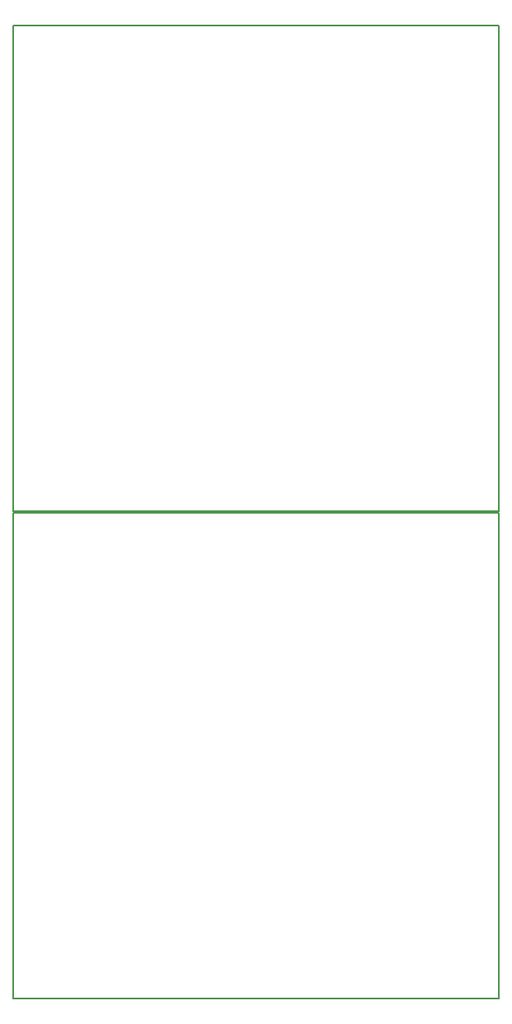
<source format=gbr>
G04 #@! TF.FileFunction,Profile,NP*
%FSLAX46Y46*%
G04 Gerber Fmt 4.6, Leading zero omitted, Abs format (unit mm)*
G04 Created by KiCad (PCBNEW 4.0.5) date Thu Feb 16 16:16:10 2017*
%MOMM*%
%LPD*%
G01*
G04 APERTURE LIST*
%ADD10C,0.100000*%
%ADD11C,0.150000*%
G04 APERTURE END LIST*
D10*
D11*
X150000000Y-50000000D02*
X100000000Y-50000000D01*
X150000000Y-100000000D02*
X150000000Y-50000000D01*
X100000000Y-100000000D02*
X150000000Y-100000000D01*
X100000000Y-50000000D02*
X100000000Y-100000000D01*
X100004000Y-150140000D02*
X150004000Y-150140000D01*
X100004000Y-100140000D02*
X100004000Y-150140000D01*
X150004000Y-100140000D02*
X100004000Y-100140000D01*
X150004000Y-150140000D02*
X150004000Y-100140000D01*
M02*

</source>
